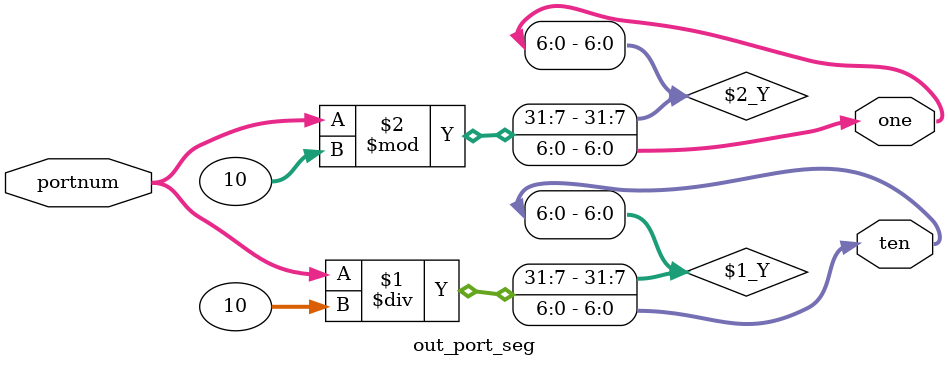
<source format=v>
module out_port_seg(portnum, ten, one);
	input [31:0] portnum;
	output [6:0] ten, one;
	assign ten = portnum / 10;
	assign one = portnum % 10;
endmodule 
</source>
